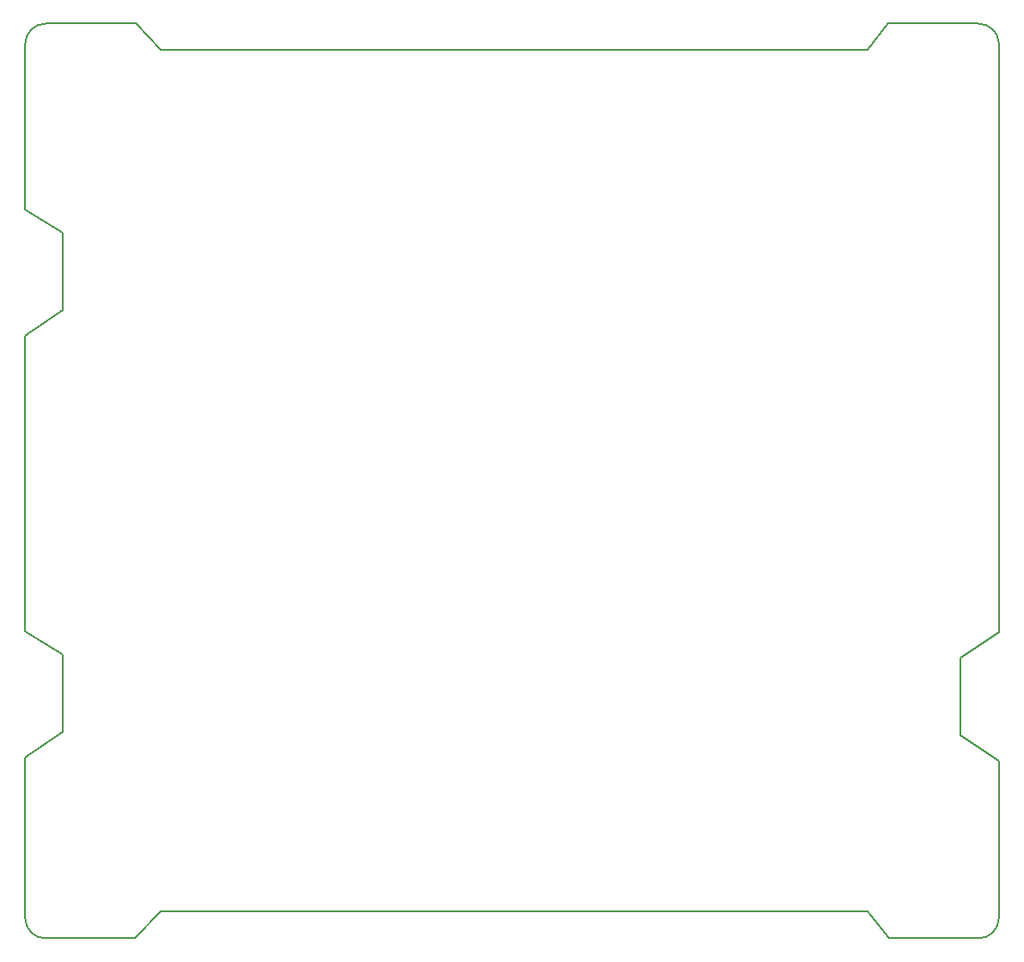
<source format=gm1>
%TF.GenerationSoftware,KiCad,Pcbnew,7.0.2-0*%
%TF.CreationDate,2024-05-07T22:45:00-07:00*%
%TF.ProjectId,batteryboard,62617474-6572-4796-926f-6172642e6b69,v2B*%
%TF.SameCoordinates,Original*%
%TF.FileFunction,Profile,NP*%
%FSLAX46Y46*%
G04 Gerber Fmt 4.6, Leading zero omitted, Abs format (unit mm)*
G04 Created by KiCad (PCBNEW 7.0.2-0) date 2024-05-07 22:45:00*
%MOMM*%
%LPD*%
G01*
G04 APERTURE LIST*
%TA.AperFunction,Profile*%
%ADD10C,0.150000*%
%TD*%
G04 APERTURE END LIST*
D10*
X53200300Y-141979900D02*
G75*
G03*
X55200300Y-143979900I2000000J0D01*
G01*
X147085300Y-143979900D02*
G75*
G03*
X149085300Y-141979900I0J2000000D01*
G01*
X149085300Y-55809900D02*
G75*
G03*
X147085300Y-53809900I-2000000J0D01*
G01*
X55200300Y-53809900D02*
G75*
G03*
X53200300Y-55809900I0J-2000000D01*
G01*
X55200300Y-143979900D02*
X64039500Y-143979900D01*
X149098000Y-113792000D02*
X149085300Y-55809900D01*
X136165700Y-141318700D02*
X66569700Y-141318700D01*
X64039500Y-143979900D02*
X66569700Y-141318700D01*
X147085300Y-143979900D02*
X138246100Y-143979900D01*
X66548000Y-56388000D02*
X64096900Y-53809900D01*
X136144000Y-56388000D02*
X66548000Y-56388000D01*
X136144000Y-56388000D02*
X138188700Y-53809900D01*
X147085300Y-53809900D02*
X138188700Y-53809900D01*
X64096900Y-53809900D02*
X55200300Y-53809900D01*
X53200300Y-72136000D02*
X53200300Y-55809900D01*
X149085300Y-141979900D02*
X149098000Y-126492000D01*
X145309700Y-123952000D02*
X149098000Y-126492000D01*
X56912100Y-115968900D02*
X53194700Y-113682900D01*
X145309700Y-116332000D02*
X145309700Y-123952000D01*
X53200300Y-84582000D02*
X56917700Y-82042000D01*
X56912100Y-123588900D02*
X56912100Y-115968900D01*
X138246100Y-143979900D02*
X136165700Y-141318700D01*
X53200300Y-141979900D02*
X53194700Y-126128900D01*
X56917700Y-74422000D02*
X53200300Y-72136000D01*
X56917700Y-82042000D02*
X56917700Y-74422000D01*
X149098000Y-113792000D02*
X145309700Y-116332000D01*
X53194700Y-126128900D02*
X56912100Y-123588900D01*
X53194700Y-113682900D02*
X53200300Y-84582000D01*
M02*

</source>
